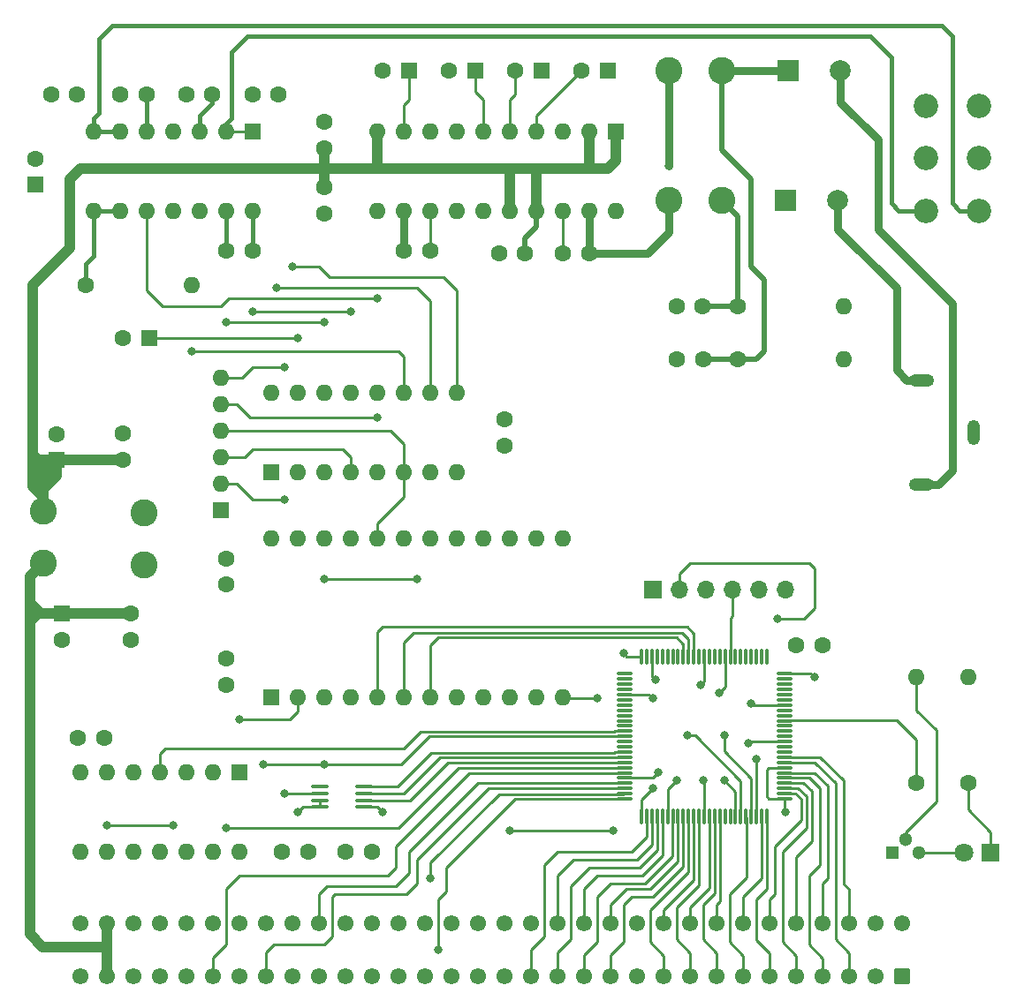
<source format=gtl>
G04 #@! TF.GenerationSoftware,KiCad,Pcbnew,7.0.9*
G04 #@! TF.CreationDate,2024-02-05T15:13:01+00:00*
G04 #@! TF.ProjectId,AudioYM2151,41756469-6f59-44d3-9231-35312e6b6963,rev?*
G04 #@! TF.SameCoordinates,Original*
G04 #@! TF.FileFunction,Copper,L1,Top*
G04 #@! TF.FilePolarity,Positive*
%FSLAX46Y46*%
G04 Gerber Fmt 4.6, Leading zero omitted, Abs format (unit mm)*
G04 Created by KiCad (PCBNEW 7.0.9) date 2024-02-05 15:13:01*
%MOMM*%
%LPD*%
G01*
G04 APERTURE LIST*
G04 Aperture macros list*
%AMRoundRect*
0 Rectangle with rounded corners*
0 $1 Rounding radius*
0 $2 $3 $4 $5 $6 $7 $8 $9 X,Y pos of 4 corners*
0 Add a 4 corners polygon primitive as box body*
4,1,4,$2,$3,$4,$5,$6,$7,$8,$9,$2,$3,0*
0 Add four circle primitives for the rounded corners*
1,1,$1+$1,$2,$3*
1,1,$1+$1,$4,$5*
1,1,$1+$1,$6,$7*
1,1,$1+$1,$8,$9*
0 Add four rect primitives between the rounded corners*
20,1,$1+$1,$2,$3,$4,$5,0*
20,1,$1+$1,$4,$5,$6,$7,0*
20,1,$1+$1,$6,$7,$8,$9,0*
20,1,$1+$1,$8,$9,$2,$3,0*%
G04 Aperture macros list end*
G04 #@! TA.AperFunction,ComponentPad*
%ADD10C,1.600000*%
G04 #@! TD*
G04 #@! TA.AperFunction,ComponentPad*
%ADD11R,1.600000X1.600000*%
G04 #@! TD*
G04 #@! TA.AperFunction,ComponentPad*
%ADD12O,1.208000X2.416000*%
G04 #@! TD*
G04 #@! TA.AperFunction,ComponentPad*
%ADD13O,2.416000X1.208000*%
G04 #@! TD*
G04 #@! TA.AperFunction,ComponentPad*
%ADD14R,1.300000X1.300000*%
G04 #@! TD*
G04 #@! TA.AperFunction,ComponentPad*
%ADD15C,1.300000*%
G04 #@! TD*
G04 #@! TA.AperFunction,ComponentPad*
%ADD16O,1.600000X1.600000*%
G04 #@! TD*
G04 #@! TA.AperFunction,ComponentPad*
%ADD17C,2.340000*%
G04 #@! TD*
G04 #@! TA.AperFunction,SMDPad,CuDef*
%ADD18RoundRect,0.075000X-0.662500X-0.075000X0.662500X-0.075000X0.662500X0.075000X-0.662500X0.075000X0*%
G04 #@! TD*
G04 #@! TA.AperFunction,SMDPad,CuDef*
%ADD19RoundRect,0.075000X-0.075000X-0.662500X0.075000X-0.662500X0.075000X0.662500X-0.075000X0.662500X0*%
G04 #@! TD*
G04 #@! TA.AperFunction,SMDPad,CuDef*
%ADD20RoundRect,0.100000X0.712500X0.100000X-0.712500X0.100000X-0.712500X-0.100000X0.712500X-0.100000X0*%
G04 #@! TD*
G04 #@! TA.AperFunction,ComponentPad*
%ADD21R,1.800000X1.800000*%
G04 #@! TD*
G04 #@! TA.AperFunction,ComponentPad*
%ADD22C,1.800000*%
G04 #@! TD*
G04 #@! TA.AperFunction,ComponentPad*
%ADD23C,2.600000*%
G04 #@! TD*
G04 #@! TA.AperFunction,ComponentPad*
%ADD24R,2.000000X2.000000*%
G04 #@! TD*
G04 #@! TA.AperFunction,ComponentPad*
%ADD25C,2.000000*%
G04 #@! TD*
G04 #@! TA.AperFunction,ComponentPad*
%ADD26RoundRect,0.249998X0.525002X0.525002X-0.525002X0.525002X-0.525002X-0.525002X0.525002X-0.525002X0*%
G04 #@! TD*
G04 #@! TA.AperFunction,ComponentPad*
%ADD27C,1.550000*%
G04 #@! TD*
G04 #@! TA.AperFunction,ComponentPad*
%ADD28R,1.700000X1.700000*%
G04 #@! TD*
G04 #@! TA.AperFunction,ComponentPad*
%ADD29O,1.700000X1.700000*%
G04 #@! TD*
G04 #@! TA.AperFunction,ViaPad*
%ADD30C,0.800000*%
G04 #@! TD*
G04 #@! TA.AperFunction,Conductor*
%ADD31C,0.250000*%
G04 #@! TD*
G04 #@! TA.AperFunction,Conductor*
%ADD32C,1.000000*%
G04 #@! TD*
G04 #@! TA.AperFunction,Conductor*
%ADD33C,0.500000*%
G04 #@! TD*
G04 #@! TA.AperFunction,Conductor*
%ADD34C,0.400000*%
G04 #@! TD*
G04 #@! TA.AperFunction,Conductor*
%ADD35C,0.750000*%
G04 #@! TD*
G04 APERTURE END LIST*
D10*
X109768000Y-121920000D03*
X112268000Y-121920000D03*
X137922000Y-132842000D03*
X135422000Y-132842000D03*
X178602000Y-113030000D03*
X181102000Y-113030000D03*
D11*
X108204000Y-109982000D03*
D10*
X108204000Y-112482000D03*
X114808000Y-109982000D03*
X114808000Y-112482000D03*
X129326000Y-132842000D03*
X131826000Y-132842000D03*
X126492000Y-60198000D03*
X128992000Y-60198000D03*
X107188000Y-60198000D03*
X109688000Y-60198000D03*
X123952000Y-116800000D03*
X123952000Y-114300000D03*
X150622000Y-91353000D03*
X150622000Y-93853000D03*
D11*
X116586000Y-83566000D03*
D10*
X114086000Y-83566000D03*
X123952000Y-107188000D03*
X123952000Y-104688000D03*
X126492000Y-75184000D03*
X123992000Y-75184000D03*
X120142000Y-60198000D03*
X122642000Y-60198000D03*
X113832000Y-60198000D03*
X116332000Y-60198000D03*
D11*
X105664000Y-68834000D03*
D10*
X105664000Y-66334000D03*
X133350000Y-69088000D03*
X133350000Y-71588000D03*
X133350000Y-65310000D03*
X133350000Y-62810000D03*
D11*
X154178000Y-57912000D03*
D10*
X151678000Y-57912000D03*
D11*
X160528000Y-57912000D03*
D10*
X158028000Y-57912000D03*
X152614000Y-75438000D03*
X150114000Y-75438000D03*
D11*
X147828000Y-57912000D03*
D10*
X145328000Y-57912000D03*
X158750000Y-75438000D03*
X156250000Y-75438000D03*
X167132000Y-80518000D03*
X169632000Y-80518000D03*
D12*
X195620000Y-92573000D03*
D13*
X190620000Y-87573000D03*
X190620000Y-97573000D03*
D14*
X187833000Y-132905500D03*
D15*
X189103000Y-131635500D03*
X190373000Y-132905500D03*
D10*
X190119000Y-126238000D03*
D16*
X190119000Y-116078000D03*
D10*
X195072000Y-126238000D03*
D16*
X195072000Y-116078000D03*
D10*
X110490000Y-78486000D03*
D16*
X120650000Y-78486000D03*
D10*
X172974000Y-85598000D03*
D16*
X183134000Y-85598000D03*
D10*
X172974000Y-80518000D03*
D16*
X183134000Y-80518000D03*
D11*
X123444000Y-100076000D03*
D16*
X123444000Y-97536000D03*
X123444000Y-94996000D03*
X123444000Y-92456000D03*
X123444000Y-89916000D03*
X123444000Y-87376000D03*
D17*
X196088000Y-71294000D03*
X196088000Y-66294000D03*
X196088000Y-61294000D03*
X191088000Y-71294000D03*
X191088000Y-66294000D03*
X191088000Y-61294000D03*
D18*
X162136500Y-115729500D03*
X162136500Y-116229500D03*
X162136500Y-116729500D03*
X162136500Y-117229500D03*
X162136500Y-117729500D03*
X162136500Y-118229500D03*
X162136500Y-118729500D03*
X162136500Y-119229500D03*
X162136500Y-119729500D03*
X162136500Y-120229500D03*
X162136500Y-120729500D03*
X162136500Y-121229500D03*
X162136500Y-121729500D03*
X162136500Y-122229500D03*
X162136500Y-122729500D03*
X162136500Y-123229500D03*
X162136500Y-123729500D03*
X162136500Y-124229500D03*
X162136500Y-124729500D03*
X162136500Y-125229500D03*
X162136500Y-125729500D03*
X162136500Y-126229500D03*
X162136500Y-126729500D03*
X162136500Y-127229500D03*
X162136500Y-127729500D03*
D19*
X163799000Y-129392000D03*
X164299000Y-129392000D03*
X164799000Y-129392000D03*
X165299000Y-129392000D03*
X165799000Y-129392000D03*
X166299000Y-129392000D03*
X166799000Y-129392000D03*
X167299000Y-129392000D03*
X167799000Y-129392000D03*
X168299000Y-129392000D03*
X168799000Y-129392000D03*
X169299000Y-129392000D03*
X169799000Y-129392000D03*
X170299000Y-129392000D03*
X170799000Y-129392000D03*
X171299000Y-129392000D03*
X171799000Y-129392000D03*
X172299000Y-129392000D03*
X172799000Y-129392000D03*
X173299000Y-129392000D03*
X173799000Y-129392000D03*
X174299000Y-129392000D03*
X174799000Y-129392000D03*
X175299000Y-129392000D03*
X175799000Y-129392000D03*
D18*
X177461500Y-127729500D03*
X177461500Y-127229500D03*
X177461500Y-126729500D03*
X177461500Y-126229500D03*
X177461500Y-125729500D03*
X177461500Y-125229500D03*
X177461500Y-124729500D03*
X177461500Y-124229500D03*
X177461500Y-123729500D03*
X177461500Y-123229500D03*
X177461500Y-122729500D03*
X177461500Y-122229500D03*
X177461500Y-121729500D03*
X177461500Y-121229500D03*
X177461500Y-120729500D03*
X177461500Y-120229500D03*
X177461500Y-119729500D03*
X177461500Y-119229500D03*
X177461500Y-118729500D03*
X177461500Y-118229500D03*
X177461500Y-117729500D03*
X177461500Y-117229500D03*
X177461500Y-116729500D03*
X177461500Y-116229500D03*
X177461500Y-115729500D03*
D19*
X175799000Y-114067000D03*
X175299000Y-114067000D03*
X174799000Y-114067000D03*
X174299000Y-114067000D03*
X173799000Y-114067000D03*
X173299000Y-114067000D03*
X172799000Y-114067000D03*
X172299000Y-114067000D03*
X171799000Y-114067000D03*
X171299000Y-114067000D03*
X170799000Y-114067000D03*
X170299000Y-114067000D03*
X169799000Y-114067000D03*
X169299000Y-114067000D03*
X168799000Y-114067000D03*
X168299000Y-114067000D03*
X167799000Y-114067000D03*
X167299000Y-114067000D03*
X166799000Y-114067000D03*
X166299000Y-114067000D03*
X165799000Y-114067000D03*
X165299000Y-114067000D03*
X164799000Y-114067000D03*
X164299000Y-114067000D03*
X163799000Y-114067000D03*
D11*
X125222000Y-125222000D03*
D16*
X122682000Y-125222000D03*
X120142000Y-125222000D03*
X117602000Y-125222000D03*
X115062000Y-125222000D03*
X112522000Y-125222000D03*
X109982000Y-125222000D03*
X109982000Y-132842000D03*
X112522000Y-132842000D03*
X115062000Y-132842000D03*
X117602000Y-132842000D03*
X120142000Y-132842000D03*
X122682000Y-132842000D03*
X125222000Y-132842000D03*
D20*
X137160000Y-128524000D03*
X137160000Y-127874000D03*
X137160000Y-127224000D03*
X137160000Y-126574000D03*
X132935000Y-126574000D03*
X132935000Y-127224000D03*
X132935000Y-127874000D03*
X132935000Y-128524000D03*
D11*
X128270000Y-96393000D03*
D16*
X130810000Y-96393000D03*
X133350000Y-96393000D03*
X135890000Y-96393000D03*
X138430000Y-96393000D03*
X140970000Y-96393000D03*
X143510000Y-96393000D03*
X146050000Y-96393000D03*
X146050000Y-88773000D03*
X143510000Y-88773000D03*
X140970000Y-88773000D03*
X138430000Y-88773000D03*
X135890000Y-88773000D03*
X133350000Y-88773000D03*
X130810000Y-88773000D03*
X128270000Y-88773000D03*
D11*
X126492000Y-63754000D03*
D16*
X123952000Y-63754000D03*
X121412000Y-63754000D03*
X118872000Y-63754000D03*
X116332000Y-63754000D03*
X113792000Y-63754000D03*
X111252000Y-63754000D03*
X111252000Y-71374000D03*
X113792000Y-71374000D03*
X116332000Y-71374000D03*
X118872000Y-71374000D03*
X121412000Y-71374000D03*
X123952000Y-71374000D03*
X126492000Y-71374000D03*
D21*
X197231000Y-132905500D03*
D22*
X194691000Y-132905500D03*
D11*
X128270000Y-117983000D03*
D16*
X130810000Y-117983000D03*
X133350000Y-117983000D03*
X135890000Y-117983000D03*
X138430000Y-117983000D03*
X140970000Y-117983000D03*
X143510000Y-117983000D03*
X146050000Y-117983000D03*
X148590000Y-117983000D03*
X151130000Y-117983000D03*
X153670000Y-117983000D03*
X156210000Y-117983000D03*
X156210000Y-102743000D03*
X153670000Y-102743000D03*
X151130000Y-102743000D03*
X148590000Y-102743000D03*
X146050000Y-102743000D03*
X143510000Y-102743000D03*
X140970000Y-102743000D03*
X138430000Y-102743000D03*
X135890000Y-102743000D03*
X133350000Y-102743000D03*
X130810000Y-102743000D03*
X128270000Y-102743000D03*
D23*
X166450000Y-57912000D03*
X171450000Y-57912000D03*
X166450000Y-70358000D03*
X171450000Y-70358000D03*
D24*
X177546000Y-70358000D03*
D25*
X182546000Y-70358000D03*
D24*
X177800000Y-57912000D03*
D25*
X182800000Y-57912000D03*
D10*
X141010000Y-75184000D03*
X143510000Y-75184000D03*
D11*
X141478000Y-57912000D03*
D10*
X138978000Y-57912000D03*
X167172000Y-85598000D03*
X169672000Y-85598000D03*
D11*
X107696000Y-95250000D03*
D10*
X107696000Y-92750000D03*
X114046000Y-95210000D03*
X114046000Y-92710000D03*
D23*
X116078000Y-100266500D03*
X116078000Y-105266500D03*
X106426000Y-100139500D03*
X106426000Y-105139500D03*
D11*
X161290000Y-63754000D03*
D16*
X158750000Y-63754000D03*
X156210000Y-63754000D03*
X153670000Y-63754000D03*
X151130000Y-63754000D03*
X148590000Y-63754000D03*
X146050000Y-63754000D03*
X143510000Y-63754000D03*
X140970000Y-63754000D03*
X138430000Y-63754000D03*
X138430000Y-71374000D03*
X140970000Y-71374000D03*
X143510000Y-71374000D03*
X146050000Y-71374000D03*
X148590000Y-71374000D03*
X151130000Y-71374000D03*
X153670000Y-71374000D03*
X156210000Y-71374000D03*
X158750000Y-71374000D03*
X161290000Y-71374000D03*
D26*
X188724000Y-144708000D03*
D27*
X186184000Y-144708000D03*
X183644000Y-144708000D03*
X181104000Y-144708000D03*
X178564000Y-144708000D03*
X176024000Y-144708000D03*
X173484000Y-144708000D03*
X170944000Y-144708000D03*
X168404000Y-144708000D03*
X165864000Y-144708000D03*
X163324000Y-144708000D03*
X160784000Y-144708000D03*
X158244000Y-144708000D03*
X155704000Y-144708000D03*
X153164000Y-144708000D03*
X150624000Y-144708000D03*
X148084000Y-144708000D03*
X145544000Y-144708000D03*
X143004000Y-144708000D03*
X140464000Y-144708000D03*
X137924000Y-144708000D03*
X135384000Y-144708000D03*
X132844000Y-144708000D03*
X130304000Y-144708000D03*
X127764000Y-144708000D03*
X125224000Y-144708000D03*
X122684000Y-144708000D03*
X120144000Y-144708000D03*
X117604000Y-144708000D03*
X115064000Y-144708000D03*
X112524000Y-144708000D03*
X109984000Y-144708000D03*
X188724000Y-139628000D03*
X186184000Y-139628000D03*
X183644000Y-139628000D03*
X181104000Y-139628000D03*
X178564000Y-139628000D03*
X176024000Y-139628000D03*
X173484000Y-139628000D03*
X170944000Y-139628000D03*
X168404000Y-139628000D03*
X165864000Y-139628000D03*
X163324000Y-139628000D03*
X160784000Y-139628000D03*
X158244000Y-139628000D03*
X155704000Y-139628000D03*
X153164000Y-139628000D03*
X150624000Y-139628000D03*
X148084000Y-139628000D03*
X145544000Y-139628000D03*
X143004000Y-139628000D03*
X140464000Y-139628000D03*
X137924000Y-139628000D03*
X135384000Y-139628000D03*
X132844000Y-139628000D03*
X130304000Y-139628000D03*
X127764000Y-139628000D03*
X125224000Y-139628000D03*
X122684000Y-139628000D03*
X120144000Y-139628000D03*
X117604000Y-139628000D03*
X115064000Y-139628000D03*
X112524000Y-139628000D03*
X109984000Y-139628000D03*
D28*
X164846000Y-107696000D03*
D29*
X167386000Y-107696000D03*
X169926000Y-107696000D03*
X172466000Y-107696000D03*
X175006000Y-107696000D03*
X177546000Y-107696000D03*
D30*
X162052000Y-113792000D03*
X167132000Y-125984000D03*
X138938000Y-129032000D03*
X171196000Y-117602000D03*
X171704000Y-125984000D03*
X174244000Y-118618000D03*
X180340000Y-116078000D03*
X165354000Y-125222000D03*
X173990000Y-122428000D03*
X130810000Y-129032000D03*
X130810000Y-83566000D03*
X123952000Y-82042000D03*
X133350000Y-82042000D03*
X135890000Y-81026000D03*
X126492000Y-81026000D03*
X130302000Y-76708000D03*
X128778006Y-78740000D03*
X166450000Y-66976000D03*
X174752004Y-123952000D03*
X176784000Y-110490000D03*
X168148000Y-121666000D03*
X169672000Y-125984000D03*
X165100000Y-116332000D03*
X164846000Y-118110000D03*
X169418000Y-116840000D03*
X177546000Y-129032000D03*
X164846000Y-126746000D03*
X123951986Y-130556000D03*
X133350000Y-106680000D03*
X127508000Y-124460000D03*
X133350000Y-124460000D03*
X142240000Y-106680000D03*
X143510000Y-135382000D03*
X171704000Y-121666000D03*
X159512000Y-118110000D03*
X144272000Y-142240000D03*
X151130000Y-130810000D03*
X161036000Y-130810000D03*
X118872000Y-130302000D03*
X112522000Y-130302000D03*
X120650000Y-84836000D03*
X138430000Y-91186000D03*
X129540000Y-86360000D03*
X125222000Y-120142000D03*
X129540000Y-99060000D03*
X129540000Y-127254000D03*
X138430000Y-79756000D03*
D31*
X177461500Y-122229500D02*
X174188500Y-122229500D01*
X171799000Y-116999000D02*
X171196000Y-117602000D01*
X166299000Y-129357000D02*
X166323990Y-129332010D01*
X162136500Y-125729500D02*
X164846500Y-125729500D01*
X172799000Y-127079000D02*
X171704000Y-125984000D01*
X164846500Y-125729500D02*
X165354000Y-125222000D01*
X166299000Y-129392000D02*
X166299000Y-129357000D01*
X179991500Y-115729500D02*
X180340000Y-116078000D01*
X174188500Y-122229500D02*
X173990000Y-122428000D01*
X174355500Y-118729500D02*
X174244000Y-118618000D01*
X177461500Y-118729500D02*
X174355500Y-118729500D01*
X172799000Y-129392000D02*
X172799000Y-127079000D01*
X177461500Y-115729500D02*
X179991500Y-115729500D01*
X138430000Y-128524000D02*
X138938000Y-129032000D01*
X166323990Y-129332010D02*
X166323990Y-126792010D01*
X171799000Y-114067000D02*
X171799000Y-116999000D01*
X163799000Y-114067000D02*
X162327000Y-114067000D01*
X162327000Y-114067000D02*
X162052000Y-113792000D01*
X137160000Y-128524000D02*
X138430000Y-128524000D01*
X166323990Y-126792010D02*
X167132000Y-125984000D01*
X131318000Y-128524000D02*
X130810000Y-129032000D01*
X132935000Y-127874000D02*
X132935000Y-128524000D01*
X132935000Y-128524000D02*
X131318000Y-128524000D01*
D32*
X105156000Y-140716000D02*
X105156000Y-112014000D01*
X112524000Y-141984000D02*
X106424000Y-141984000D01*
X105156000Y-108966000D02*
X105156000Y-106409500D01*
X112524000Y-144708000D02*
X112524000Y-141984000D01*
X106426000Y-109982000D02*
X106172000Y-109982000D01*
X112524000Y-141984000D02*
X112524000Y-139628000D01*
X105156000Y-112014000D02*
X105156000Y-108966000D01*
X108204000Y-109982000D02*
X114808000Y-109982000D01*
X105156000Y-106409500D02*
X106426000Y-105139500D01*
X105156000Y-112014000D02*
X105156000Y-110744000D01*
X105918000Y-109982000D02*
X106426000Y-109982000D01*
X105156000Y-110744000D02*
X105918000Y-109982000D01*
X106424000Y-141984000D02*
X105156000Y-140716000D01*
X106172000Y-109982000D02*
X105156000Y-108966000D01*
X106426000Y-109982000D02*
X108204000Y-109982000D01*
D33*
X153670000Y-72898000D02*
X153670000Y-71374000D01*
D32*
X138430000Y-67056000D02*
X138176000Y-67310000D01*
X106426000Y-98044000D02*
X106426000Y-100139500D01*
X106807000Y-97409000D02*
X106807000Y-96139000D01*
X108966000Y-74930000D02*
X105410000Y-78486000D01*
X106426000Y-100139500D02*
X106426000Y-98806000D01*
X134112000Y-67310000D02*
X138176000Y-67310000D01*
X106426000Y-97790000D02*
X106807000Y-97409000D01*
X106426000Y-97536000D02*
X106426000Y-98044000D01*
X109982000Y-67310000D02*
X108966000Y-68326000D01*
D33*
X152614000Y-73954000D02*
X153670000Y-72898000D01*
D32*
X105410000Y-96520000D02*
X106426000Y-97536000D01*
X157480000Y-67310000D02*
X158496000Y-67310000D01*
X107696000Y-95250000D02*
X105410000Y-95250000D01*
X106426000Y-100139500D02*
X106426000Y-99568000D01*
X161290000Y-66548000D02*
X161290000Y-63754000D01*
X105410000Y-78486000D02*
X105410000Y-94742000D01*
X138176000Y-67310000D02*
X150876000Y-67310000D01*
X107696000Y-96774000D02*
X107696000Y-95250000D01*
X105918000Y-95250000D02*
X105410000Y-94742000D01*
X105410000Y-94742000D02*
X105410000Y-95250000D01*
X114006000Y-95250000D02*
X114046000Y-95210000D01*
X153416000Y-67310000D02*
X157480000Y-67310000D01*
X133350000Y-65310000D02*
X133350000Y-67310000D01*
X105410000Y-97790000D02*
X105410000Y-96520000D01*
X151130000Y-71374000D02*
X151130000Y-67564000D01*
X106426000Y-98806000D02*
X105410000Y-97790000D01*
X106807000Y-96647000D02*
X107061000Y-96647000D01*
X160528000Y-67310000D02*
X161290000Y-66548000D01*
X153670000Y-71374000D02*
X153670000Y-67564000D01*
X158750000Y-67056000D02*
X158750000Y-63754000D01*
X107061000Y-96647000D02*
X107696000Y-96012000D01*
X138430000Y-63754000D02*
X138430000Y-67056000D01*
X106807000Y-96139000D02*
X107696000Y-95250000D01*
X108966000Y-68326000D02*
X108966000Y-74930000D01*
X153670000Y-67564000D02*
X153416000Y-67310000D01*
X158496000Y-67310000D02*
X158750000Y-67056000D01*
X133350000Y-67310000D02*
X134112000Y-67310000D01*
X150876000Y-67310000D02*
X153416000Y-67310000D01*
X105410000Y-95250000D02*
X105410000Y-96520000D01*
D33*
X152614000Y-75438000D02*
X152614000Y-73954000D01*
D32*
X106807000Y-96647000D02*
X106172000Y-96012000D01*
X157480000Y-67310000D02*
X160528000Y-67310000D01*
X106426000Y-98044000D02*
X107696000Y-96774000D01*
X107696000Y-96012000D02*
X107696000Y-95250000D01*
X106807000Y-97409000D02*
X106807000Y-96647000D01*
X133350000Y-67310000D02*
X133350000Y-69088000D01*
X151130000Y-67564000D02*
X150876000Y-67310000D01*
X107696000Y-95250000D02*
X105918000Y-95250000D01*
X134112000Y-67310000D02*
X109982000Y-67310000D01*
X107696000Y-95250000D02*
X114006000Y-95250000D01*
X106426000Y-98044000D02*
X106426000Y-97790000D01*
D31*
X130810000Y-83566000D02*
X116586000Y-83566000D01*
D34*
X123952000Y-75144000D02*
X123992000Y-75184000D01*
X123952000Y-71374000D02*
X123952000Y-75144000D01*
D31*
X133350000Y-82042000D02*
X123952000Y-82042000D01*
D34*
X126492000Y-71374000D02*
X126492000Y-75184000D01*
D31*
X135890000Y-81026000D02*
X126492000Y-81026000D01*
X130302000Y-76708000D02*
X132842000Y-76708000D01*
X146050000Y-88773000D02*
X146050000Y-78994000D01*
D34*
X121412000Y-63754000D02*
X121412000Y-62230000D01*
D31*
X146050000Y-78994000D02*
X144780000Y-77724000D01*
D34*
X121412000Y-62230000D02*
X122642000Y-61000000D01*
D31*
X132842000Y-76708000D02*
X133858000Y-77724000D01*
D34*
X122642000Y-61000000D02*
X122642000Y-60198000D01*
D31*
X144780000Y-77724000D02*
X133858000Y-77724000D01*
X142240000Y-78740000D02*
X128778006Y-78740000D01*
X143510000Y-88773000D02*
X143510000Y-80010000D01*
D34*
X116332000Y-63754000D02*
X116332000Y-60198000D01*
D31*
X143510000Y-80010000D02*
X142240000Y-78740000D01*
D34*
X111252000Y-63754000D02*
X111252000Y-62484000D01*
X111252000Y-62484000D02*
X111760000Y-61976000D01*
X111760000Y-61976000D02*
X111760000Y-54864000D01*
X193548000Y-54610000D02*
X193548000Y-70612000D01*
X194230000Y-71294000D02*
X196088000Y-71294000D01*
X113030000Y-53594000D02*
X192532000Y-53594000D01*
X192532000Y-53594000D02*
X193548000Y-54610000D01*
X193548000Y-70612000D02*
X194230000Y-71294000D01*
X111760000Y-54864000D02*
X113030000Y-53594000D01*
X111252000Y-63754000D02*
X113792000Y-63754000D01*
D31*
X151130000Y-63754000D02*
X151130000Y-60706000D01*
X151130000Y-60706000D02*
X151678000Y-60158000D01*
X151678000Y-60158000D02*
X151678000Y-57912000D01*
D34*
X125984000Y-54610000D02*
X124460000Y-56134000D01*
X187706000Y-70612000D02*
X187706000Y-56642000D01*
X185674000Y-54610000D02*
X125984000Y-54610000D01*
D31*
X124206000Y-63754000D02*
X126492000Y-63754000D01*
X123952000Y-63754000D02*
X124206000Y-63754000D01*
D34*
X187706000Y-56642000D02*
X185674000Y-54610000D01*
X188388000Y-71294000D02*
X187706000Y-70612000D01*
X124460000Y-56134000D02*
X124460000Y-62484000D01*
X124460000Y-62484000D02*
X123952000Y-62992000D01*
X123952000Y-62992000D02*
X123952000Y-63754000D01*
X191088000Y-71294000D02*
X188388000Y-71294000D01*
D31*
X153670000Y-62230000D02*
X157988000Y-57912000D01*
X157988000Y-57912000D02*
X158028000Y-57912000D01*
X153670000Y-63754000D02*
X153670000Y-62230000D01*
X148590000Y-63754000D02*
X148590000Y-60706000D01*
X148590000Y-60706000D02*
X147828000Y-59944000D01*
X147828000Y-59944000D02*
X147828000Y-57912000D01*
X141478000Y-60706000D02*
X141478000Y-57912000D01*
X140970000Y-63754000D02*
X140970000Y-61214000D01*
X140970000Y-61214000D02*
X141478000Y-60706000D01*
D35*
X140970000Y-75144000D02*
X141010000Y-75184000D01*
X166450000Y-66976000D02*
X166450000Y-57912000D01*
X140970000Y-71374000D02*
X140970000Y-75144000D01*
D31*
X143510000Y-71374000D02*
X143510000Y-75184000D01*
D35*
X186436000Y-73152000D02*
X193548000Y-80264000D01*
X182800000Y-60880000D02*
X186436000Y-64516000D01*
X193548000Y-80264000D02*
X193548000Y-96266000D01*
X193548000Y-96266000D02*
X192241000Y-97573000D01*
X186436000Y-64516000D02*
X186436000Y-73152000D01*
X182800000Y-57912000D02*
X182800000Y-60880000D01*
X192241000Y-97573000D02*
X190620000Y-97573000D01*
X189173000Y-87573000D02*
X190620000Y-87573000D01*
X188214000Y-78740000D02*
X188214000Y-86614000D01*
X182546000Y-70358000D02*
X182546000Y-73072000D01*
X182546000Y-73072000D02*
X188214000Y-78740000D01*
X188214000Y-86614000D02*
X189173000Y-87573000D01*
X166450000Y-73326000D02*
X166450000Y-70358000D01*
X158750000Y-75438000D02*
X158750000Y-71374000D01*
X158750000Y-75438000D02*
X164338000Y-75438000D01*
X164338000Y-75438000D02*
X166450000Y-73326000D01*
D31*
X156210000Y-75398000D02*
X156250000Y-75438000D01*
X156210000Y-71374000D02*
X156210000Y-75398000D01*
X195072000Y-128778000D02*
X195072000Y-126238000D01*
X197231000Y-132905500D02*
X197231000Y-130937000D01*
X197231000Y-130937000D02*
X195072000Y-128778000D01*
X190373000Y-132905500D02*
X194691000Y-132905500D01*
X167386000Y-107696000D02*
X167386000Y-106172000D01*
X174799000Y-123998996D02*
X174752004Y-123952000D01*
X168402000Y-105156000D02*
X179832000Y-105156000D01*
X179832000Y-105156000D02*
X180340000Y-105664000D01*
X180340000Y-109474000D02*
X179324000Y-110490000D01*
X180340000Y-105664000D02*
X180340000Y-109474000D01*
X167386000Y-106172000D02*
X168402000Y-105156000D01*
X174799000Y-129392000D02*
X174799000Y-123998996D01*
X179324000Y-110490000D02*
X176784000Y-110490000D01*
X173299000Y-129392000D02*
X173299000Y-126055000D01*
X173299000Y-126055000D02*
X168910000Y-121666000D01*
X168910000Y-121666000D02*
X168148000Y-121666000D01*
X164799000Y-116031000D02*
X165100000Y-116332000D01*
X175989500Y-127729500D02*
X177461500Y-127729500D01*
X169799000Y-129392000D02*
X169799000Y-126111000D01*
X175768000Y-127508000D02*
X175989500Y-127729500D01*
X176006500Y-124729500D02*
X177461500Y-124729500D01*
X177461500Y-128947500D02*
X177546000Y-129032000D01*
X164799000Y-114067000D02*
X164799000Y-116031000D01*
X175768000Y-124968000D02*
X176006500Y-124729500D01*
X164465500Y-117729500D02*
X164846000Y-118110000D01*
X162136500Y-117729500D02*
X164465500Y-117729500D01*
X169799000Y-116459000D02*
X169418000Y-116840000D01*
X175768000Y-127508000D02*
X175768000Y-124968000D01*
X177461500Y-127729500D02*
X177461500Y-128947500D01*
X163799000Y-129392000D02*
X163799000Y-127793000D01*
X169799000Y-126111000D02*
X169672000Y-125984000D01*
X163799000Y-127793000D02*
X164846000Y-126746000D01*
X169799000Y-114067000D02*
X169799000Y-116459000D01*
X172323990Y-113934010D02*
X172323990Y-110378010D01*
X172466000Y-110236000D02*
X172466000Y-107696000D01*
X172299000Y-114067000D02*
X172299000Y-113959000D01*
X172299000Y-113959000D02*
X172323990Y-113934010D01*
X172323990Y-110378010D02*
X172466000Y-110236000D01*
X140462000Y-130556000D02*
X123951986Y-130556000D01*
X146288500Y-124729500D02*
X140462000Y-130556000D01*
X162136500Y-124729500D02*
X146288500Y-124729500D01*
X162115500Y-121729500D02*
X162090510Y-121704510D01*
X162136500Y-121729500D02*
X162115500Y-121729500D01*
X143471490Y-121704510D02*
X140716000Y-124460000D01*
X142240000Y-106680000D02*
X133350000Y-106680000D01*
X162090510Y-121704510D02*
X143471490Y-121704510D01*
X127508000Y-124460000D02*
X133350000Y-124460000D01*
X140716000Y-124460000D02*
X133350000Y-124460000D01*
X143510000Y-133858000D02*
X143510000Y-135382000D01*
X162051510Y-127254490D02*
X150113510Y-127254490D01*
X162136500Y-127229500D02*
X162076500Y-127229500D01*
X150113510Y-127254490D02*
X143510000Y-133858000D01*
X162076500Y-127229500D02*
X162051510Y-127254490D01*
X140208000Y-136144000D02*
X133604000Y-136144000D01*
X141478000Y-132842000D02*
X141478000Y-134874000D01*
X133604000Y-136144000D02*
X132844000Y-136904000D01*
X148090500Y-126229500D02*
X141478000Y-132842000D01*
X141478000Y-134874000D02*
X140208000Y-136144000D01*
X162136500Y-126229500D02*
X148090500Y-126229500D01*
X132844000Y-136904000D02*
X132844000Y-139628000D01*
X174299000Y-129392000D02*
X174299000Y-129341000D01*
X174323990Y-129316010D02*
X174323990Y-125809990D01*
X171704000Y-123190000D02*
X171704000Y-121666000D01*
X174299000Y-129341000D02*
X174323990Y-129316010D01*
X174323990Y-125809990D02*
X171704000Y-123190000D01*
X157226000Y-133604000D02*
X155704000Y-135126000D01*
X164799000Y-132127000D02*
X163322000Y-133604000D01*
X155704000Y-135126000D02*
X155704000Y-139628000D01*
X164799000Y-129392000D02*
X164799000Y-132127000D01*
X163322000Y-133604000D02*
X157226000Y-133604000D01*
X165799000Y-129392000D02*
X165799000Y-133159000D01*
X165799000Y-133159000D02*
X163830000Y-135128000D01*
X163830000Y-135128000D02*
X159512000Y-135128000D01*
X158244000Y-136396000D02*
X158244000Y-139628000D01*
X159512000Y-135128000D02*
X158244000Y-136396000D01*
X160784000Y-137920000D02*
X160784000Y-139628000D01*
X162306000Y-136398000D02*
X160784000Y-137920000D01*
X164592000Y-136398000D02*
X162306000Y-136398000D01*
X167299000Y-133691000D02*
X164592000Y-136398000D01*
X167299000Y-129392000D02*
X167299000Y-133691000D01*
X168799000Y-129429000D02*
X168774010Y-129453990D01*
X168774010Y-129453990D02*
X168774010Y-135517990D01*
X168774010Y-135517990D02*
X165864000Y-138428000D01*
X168799000Y-129392000D02*
X168799000Y-129429000D01*
X165864000Y-138428000D02*
X165864000Y-139628000D01*
X168404000Y-138174000D02*
X168404000Y-139628000D01*
X170274010Y-136303990D02*
X168404000Y-138174000D01*
X170299000Y-129392000D02*
X170299000Y-129405000D01*
X170274010Y-129429990D02*
X170274010Y-136303990D01*
X170299000Y-129405000D02*
X170274010Y-129429990D01*
X170944000Y-137920000D02*
X170944000Y-139628000D01*
X171299000Y-137565000D02*
X170944000Y-137920000D01*
X171299000Y-129392000D02*
X171299000Y-137565000D01*
X159512000Y-118110000D02*
X156337000Y-118110000D01*
X173484000Y-137158000D02*
X173484000Y-139628000D01*
X175299000Y-135343000D02*
X173484000Y-137158000D01*
X175299000Y-129392000D02*
X175299000Y-135343000D01*
X156337000Y-118110000D02*
X156210000Y-117983000D01*
X177461500Y-127229500D02*
X178537500Y-127229500D01*
X179070000Y-129794000D02*
X176530000Y-132334000D01*
X179070000Y-127762000D02*
X179070000Y-129794000D01*
X176530000Y-132334000D02*
X176530000Y-136906000D01*
X176024000Y-137412000D02*
X176024000Y-139628000D01*
X176530000Y-136906000D02*
X176024000Y-137412000D01*
X178537500Y-127229500D02*
X179070000Y-127762000D01*
X180086000Y-127000000D02*
X180086000Y-131826000D01*
X178564000Y-133348000D02*
X178564000Y-139628000D01*
X180086000Y-131826000D02*
X178564000Y-133348000D01*
X177461500Y-126229500D02*
X179315500Y-126229500D01*
X179315500Y-126229500D02*
X180086000Y-127000000D01*
X181610000Y-135382000D02*
X181104000Y-135888000D01*
X181104000Y-135888000D02*
X181104000Y-139628000D01*
X177461500Y-125229500D02*
X180347500Y-125229500D01*
X181610000Y-126492000D02*
X181610000Y-135382000D01*
X180347500Y-125229500D02*
X181610000Y-126492000D01*
X180879500Y-123729500D02*
X183134000Y-125984000D01*
X183134000Y-135890000D02*
X183644000Y-136400000D01*
X177461500Y-123729500D02*
X180879500Y-123729500D01*
X183134000Y-125984000D02*
X183134000Y-135890000D01*
X183644000Y-136400000D02*
X183644000Y-139628000D01*
X123952000Y-141732000D02*
X122684000Y-143000000D01*
X162136500Y-125229500D02*
X147312500Y-125229500D01*
X123952000Y-136398000D02*
X123952000Y-141732000D01*
X125222000Y-135128000D02*
X123952000Y-136398000D01*
X139446000Y-135128000D02*
X125222000Y-135128000D01*
X140208000Y-132334000D02*
X140208000Y-134366000D01*
X122684000Y-143000000D02*
X122684000Y-144708000D01*
X147312500Y-125229500D02*
X140208000Y-132334000D01*
X140208000Y-134366000D02*
X139446000Y-135128000D01*
X145034000Y-136652000D02*
X144272000Y-137414000D01*
X144272000Y-137414000D02*
X144272000Y-142240000D01*
X151670500Y-127729500D02*
X145034000Y-134366000D01*
X162136500Y-127729500D02*
X151670500Y-127729500D01*
X145034000Y-134366000D02*
X145034000Y-136652000D01*
X134366000Y-136906000D02*
X134112000Y-137160000D01*
X141224000Y-136906000D02*
X134366000Y-136906000D01*
X149114500Y-126729500D02*
X142240000Y-133604000D01*
X128524000Y-141732000D02*
X127764000Y-142492000D01*
X127764000Y-142492000D02*
X127764000Y-144708000D01*
X134112000Y-140970000D02*
X133350000Y-141732000D01*
X162136500Y-126729500D02*
X149114500Y-126729500D01*
X142240000Y-135890000D02*
X141224000Y-136906000D01*
X142240000Y-133604000D02*
X142240000Y-135890000D01*
X134112000Y-137160000D02*
X134112000Y-140970000D01*
X133350000Y-141732000D02*
X128524000Y-141732000D01*
X162814000Y-132842000D02*
X155702000Y-132842000D01*
X164274010Y-131381990D02*
X162814000Y-132842000D01*
X164299000Y-129501000D02*
X164274010Y-129525990D01*
X155702000Y-132842000D02*
X154432000Y-134112000D01*
X154432000Y-140970000D02*
X153164000Y-142238000D01*
X164274010Y-129525990D02*
X164274010Y-131381990D01*
X154432000Y-134112000D02*
X154432000Y-140970000D01*
X164299000Y-129392000D02*
X164299000Y-129501000D01*
X153164000Y-142238000D02*
X153164000Y-144708000D01*
X163576000Y-134366000D02*
X158750000Y-134366000D01*
X165274010Y-129509990D02*
X165274010Y-132667990D01*
X156972000Y-136144000D02*
X156972000Y-141224000D01*
X165274010Y-132667990D02*
X163576000Y-134366000D01*
X165299000Y-129485000D02*
X165274010Y-129509990D01*
X165299000Y-129392000D02*
X165299000Y-129485000D01*
X156972000Y-141224000D02*
X155704000Y-142492000D01*
X155704000Y-142492000D02*
X155704000Y-144708000D01*
X158750000Y-134366000D02*
X156972000Y-136144000D01*
X160782000Y-135890000D02*
X159512000Y-137160000D01*
X158244000Y-142750000D02*
X158244000Y-144708000D01*
X164084000Y-135890000D02*
X160782000Y-135890000D01*
X166774010Y-133199990D02*
X164084000Y-135890000D01*
X158242000Y-142748000D02*
X158244000Y-142750000D01*
X166774010Y-129643990D02*
X166774010Y-133199990D01*
X166799000Y-129619000D02*
X166774010Y-129643990D01*
X166799000Y-129392000D02*
X166799000Y-129619000D01*
X159512000Y-141478000D02*
X158242000Y-142748000D01*
X159512000Y-137160000D02*
X159512000Y-141478000D01*
X167799000Y-129445000D02*
X167774010Y-129469990D01*
X162814000Y-137160000D02*
X162052000Y-137922000D01*
X160784000Y-142746000D02*
X160784000Y-144708000D01*
X162052000Y-137922000D02*
X162052000Y-141478000D01*
X167774010Y-134231990D02*
X164846000Y-137160000D01*
X162052000Y-141478000D02*
X160784000Y-142746000D01*
X167774010Y-129469990D02*
X167774010Y-134231990D01*
X167799000Y-129392000D02*
X167799000Y-129445000D01*
X164846000Y-137160000D02*
X162814000Y-137160000D01*
X168274010Y-129413990D02*
X168274010Y-134747990D01*
X168274010Y-134747990D02*
X164592000Y-138430000D01*
X164592000Y-138430000D02*
X164592000Y-141478000D01*
X165864000Y-142750000D02*
X165864000Y-144708000D01*
X164592000Y-141478000D02*
X165864000Y-142750000D01*
X168299000Y-129392000D02*
X168296000Y-129392000D01*
X168296000Y-129392000D02*
X168274010Y-129413990D01*
X169274010Y-129429990D02*
X169274010Y-136033990D01*
X167132000Y-138176000D02*
X167132000Y-141224000D01*
X169299000Y-129392000D02*
X169299000Y-129405000D01*
X168404000Y-142496000D02*
X168404000Y-144708000D01*
X169274010Y-136033990D02*
X167132000Y-138176000D01*
X167132000Y-141224000D02*
X168404000Y-142496000D01*
X169299000Y-129405000D02*
X169274010Y-129429990D01*
X170944000Y-142496000D02*
X170944000Y-144708000D01*
X169672000Y-141224000D02*
X170944000Y-142496000D01*
X170799000Y-129392000D02*
X170799000Y-136795000D01*
X169672000Y-137922000D02*
X169672000Y-141224000D01*
X170799000Y-136795000D02*
X169672000Y-137922000D01*
X173484000Y-142750000D02*
X173484000Y-144708000D01*
X161036000Y-130810000D02*
X151130000Y-130810000D01*
X172212000Y-136906000D02*
X172212000Y-141478000D01*
X173823990Y-135294010D02*
X172212000Y-136906000D01*
X172212000Y-141478000D02*
X173484000Y-142750000D01*
X173799000Y-129392000D02*
X173799000Y-129477000D01*
X173799000Y-129477000D02*
X173823990Y-129501990D01*
X173823990Y-129501990D02*
X173823990Y-135294010D01*
X174752000Y-141282000D02*
X176024000Y-142554000D01*
X174752000Y-137414000D02*
X174752000Y-141282000D01*
X175799000Y-129392000D02*
X175799000Y-136367000D01*
X176024000Y-142554000D02*
X176024000Y-144708000D01*
X175799000Y-136367000D02*
X174752000Y-137414000D01*
X177292000Y-132842000D02*
X177292000Y-141478000D01*
X178799500Y-126729500D02*
X179578000Y-127508000D01*
X177461500Y-126729500D02*
X178799500Y-126729500D01*
X179578000Y-130556000D02*
X177292000Y-132842000D01*
X178564000Y-142750000D02*
X178564000Y-144708000D01*
X177292000Y-141478000D02*
X178564000Y-142750000D01*
X179578000Y-127508000D02*
X179578000Y-130556000D01*
X179832000Y-141732000D02*
X181104000Y-143004000D01*
X181104000Y-143004000D02*
X181104000Y-144708000D01*
X179831500Y-125729500D02*
X180848000Y-126746000D01*
X180848000Y-126746000D02*
X180848000Y-134112000D01*
X180848000Y-134112000D02*
X179832000Y-135128000D01*
X177461500Y-125729500D02*
X179831500Y-125729500D01*
X179832000Y-135128000D02*
X179832000Y-141732000D01*
X182372000Y-141224000D02*
X182372000Y-126238000D01*
X183644000Y-144708000D02*
X183644000Y-142496000D01*
X182372000Y-126238000D02*
X180363500Y-124229500D01*
X183644000Y-142496000D02*
X182372000Y-141224000D01*
X180363500Y-124229500D02*
X177461500Y-124229500D01*
X118872000Y-130302000D02*
X112522000Y-130302000D01*
X190119000Y-119253000D02*
X192024000Y-121158000D01*
X192024000Y-121158000D02*
X192024000Y-128016000D01*
X190119000Y-116078000D02*
X190119000Y-119253000D01*
X192024000Y-128016000D02*
X189103000Y-130937000D01*
X189103000Y-130937000D02*
X189103000Y-131635500D01*
X177461500Y-120229500D02*
X177633500Y-120229500D01*
X177658490Y-120204510D02*
X188276510Y-120204510D01*
X188276510Y-120204510D02*
X190119000Y-122047000D01*
X177633500Y-120229500D02*
X177658490Y-120204510D01*
X190119000Y-122047000D02*
X190119000Y-126238000D01*
D34*
X110490000Y-76454000D02*
X110490000Y-78486000D01*
X113792000Y-71374000D02*
X111252000Y-71374000D01*
X111252000Y-71374000D02*
X111252000Y-75692000D01*
X111252000Y-75692000D02*
X110490000Y-76454000D01*
D31*
X140970000Y-85344000D02*
X140462000Y-84836000D01*
X140970000Y-88773000D02*
X140970000Y-85344000D01*
X121412000Y-84836000D02*
X120650000Y-84836000D01*
X140462000Y-84836000D02*
X121412000Y-84836000D01*
X135128000Y-94234000D02*
X135890000Y-94996000D01*
X135890000Y-94996000D02*
X135890000Y-96393000D01*
X123444000Y-94996000D02*
X125730000Y-94996000D01*
X125730000Y-94996000D02*
X126492000Y-94234000D01*
X126492000Y-94234000D02*
X135128000Y-94234000D01*
X138684000Y-92456000D02*
X139192000Y-92456000D01*
X140970000Y-93726000D02*
X140970000Y-96393000D01*
X139700000Y-92456000D02*
X140970000Y-93726000D01*
X123444000Y-92456000D02*
X138684000Y-92456000D01*
X140970000Y-98806000D02*
X140970000Y-96393000D01*
X138430000Y-102743000D02*
X138430000Y-101346000D01*
X138684000Y-92456000D02*
X139700000Y-92456000D01*
X138430000Y-101346000D02*
X140970000Y-98806000D01*
X124968000Y-89916000D02*
X126238000Y-91186000D01*
X123444000Y-89916000D02*
X124968000Y-89916000D01*
X126238000Y-91186000D02*
X138430000Y-91186000D01*
X129540000Y-86360000D02*
X126492000Y-86360000D01*
X126492000Y-86360000D02*
X125476000Y-87376000D01*
X125476000Y-87376000D02*
X123444000Y-87376000D01*
X168799000Y-111903000D02*
X168148000Y-111252000D01*
X168799000Y-114067000D02*
X168799000Y-111903000D01*
X168148000Y-111252000D02*
X138938000Y-111252000D01*
X138938000Y-111252000D02*
X138430000Y-111760000D01*
X138430000Y-111760000D02*
X138430000Y-117983000D01*
X168299000Y-114067000D02*
X168299000Y-112419000D01*
X167697991Y-111817991D02*
X141928009Y-111817991D01*
X140970000Y-112776000D02*
X140970000Y-117983000D01*
X141928009Y-111817991D02*
X140970000Y-112776000D01*
X168299000Y-112419000D02*
X167697991Y-111817991D01*
X167799000Y-114067000D02*
X167799000Y-112935000D01*
X167132000Y-112268000D02*
X144272000Y-112268000D01*
X144272000Y-112268000D02*
X143510000Y-113030000D01*
X167799000Y-112935000D02*
X167132000Y-112268000D01*
X143510000Y-113030000D02*
X143510000Y-117983000D01*
X162136500Y-124229500D02*
X161774500Y-124229500D01*
X145239510Y-124254490D02*
X141620000Y-127874000D01*
X161749510Y-124254490D02*
X145239510Y-124254490D01*
X141620000Y-127874000D02*
X137160000Y-127874000D01*
X161774500Y-124229500D02*
X161749510Y-124254490D01*
X162136500Y-123729500D02*
X144494500Y-123729500D01*
X141000000Y-127224000D02*
X137160000Y-127224000D01*
X144494500Y-123729500D02*
X141000000Y-127224000D01*
X161250500Y-123229500D02*
X161200510Y-123279490D01*
X140380000Y-126574000D02*
X137160000Y-126574000D01*
X162136500Y-123229500D02*
X161250500Y-123229500D01*
X143674510Y-123279490D02*
X140380000Y-126574000D01*
X161200510Y-123279490D02*
X143674510Y-123279490D01*
X161218500Y-121229500D02*
X161193500Y-121254500D01*
X118110000Y-122936000D02*
X117602000Y-123444000D01*
X142651500Y-121254500D02*
X140970000Y-122936000D01*
X162136500Y-121229500D02*
X161218500Y-121229500D01*
X161193500Y-121254500D02*
X142651500Y-121254500D01*
X140970000Y-122936000D02*
X118110000Y-122936000D01*
X117602000Y-123444000D02*
X117602000Y-125222000D01*
X124968000Y-97536000D02*
X123444000Y-97536000D01*
X130810000Y-119380000D02*
X130048000Y-120142000D01*
X129540000Y-99060000D02*
X126492000Y-99060000D01*
X130810000Y-117983000D02*
X130810000Y-119380000D01*
X126492000Y-99060000D02*
X124968000Y-97536000D01*
X130048000Y-120142000D02*
X125222000Y-120142000D01*
D33*
X172974000Y-85598000D02*
X174752000Y-85598000D01*
X171450000Y-65532000D02*
X171450000Y-57912000D01*
X175514000Y-84836000D02*
X175514000Y-77978000D01*
X175514000Y-77978000D02*
X174244000Y-76708000D01*
X169672000Y-85598000D02*
X172974000Y-85598000D01*
X174752000Y-85598000D02*
X175514000Y-84836000D01*
D35*
X171450000Y-57912000D02*
X177800000Y-57912000D01*
D33*
X174244000Y-68326000D02*
X171450000Y-65532000D01*
X174244000Y-76708000D02*
X174244000Y-68326000D01*
X169632000Y-80518000D02*
X172974000Y-80518000D01*
X172974000Y-71882000D02*
X171450000Y-70358000D01*
X172974000Y-80518000D02*
X172974000Y-71882000D01*
D31*
X130332000Y-127224000D02*
X130302000Y-127254000D01*
X132935000Y-127224000D02*
X130332000Y-127224000D01*
X129540000Y-127254000D02*
X130302000Y-127254000D01*
X125476000Y-79756000D02*
X138430000Y-79756000D01*
X125476000Y-79756000D02*
X125222000Y-79756000D01*
X116332000Y-78994000D02*
X116332000Y-78232000D01*
X124206000Y-79756000D02*
X123444000Y-80518000D01*
X117856000Y-80518000D02*
X116332000Y-78994000D01*
X116332000Y-71374000D02*
X116332000Y-78232000D01*
X123444000Y-80518000D02*
X117856000Y-80518000D01*
X125476000Y-79756000D02*
X124206000Y-79756000D01*
M02*

</source>
